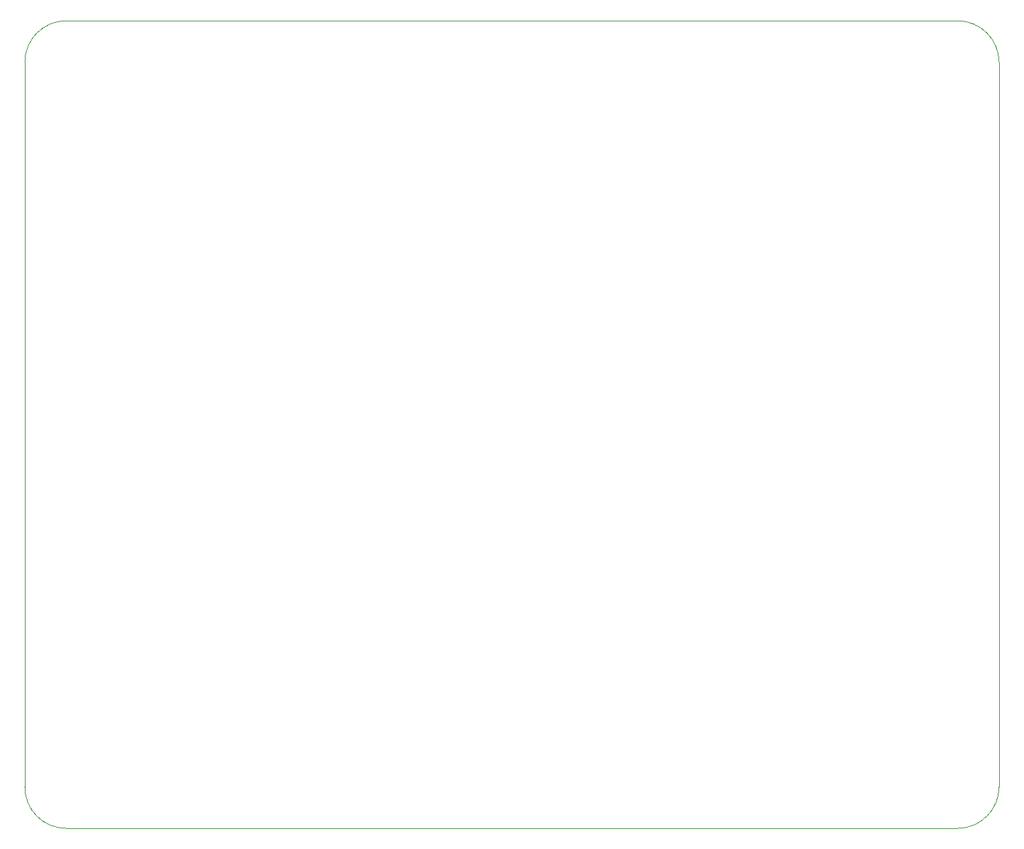
<source format=gbr>
%TF.GenerationSoftware,KiCad,Pcbnew,(6.0.0)*%
%TF.CreationDate,2022-03-04T10:43:38+00:00*%
%TF.ProjectId,ISOpower,49534f70-6f77-4657-922e-6b696361645f,rev?*%
%TF.SameCoordinates,Original*%
%TF.FileFunction,Profile,NP*%
%FSLAX46Y46*%
G04 Gerber Fmt 4.6, Leading zero omitted, Abs format (unit mm)*
G04 Created by KiCad (PCBNEW (6.0.0)) date 2022-03-04 10:43:38*
%MOMM*%
%LPD*%
G01*
G04 APERTURE LIST*
%TA.AperFunction,Profile*%
%ADD10C,0.100000*%
%TD*%
G04 APERTURE END LIST*
D10*
X57785000Y-134620000D02*
G75*
G03*
X62865000Y-139700000I5080002J2D01*
G01*
X57785000Y-45720000D02*
X57785000Y-134620000D01*
X62865000Y-40640000D02*
G75*
G03*
X57785000Y-45720000I2J-5080002D01*
G01*
X172085000Y-40640000D02*
X62865000Y-40640000D01*
X177165000Y-45720000D02*
G75*
G03*
X172085000Y-40640000I-5080002J-2D01*
G01*
X177165000Y-134620000D02*
X177165000Y-45720000D01*
X172085000Y-139700000D02*
G75*
G03*
X177165000Y-134620000I-2J5080002D01*
G01*
X62865000Y-139700000D02*
X172085000Y-139700000D01*
M02*

</source>
